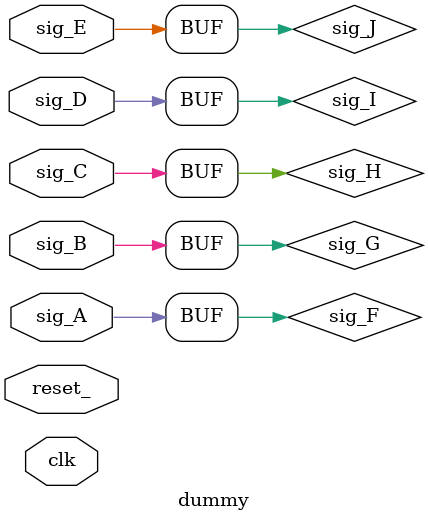
<source format=sv>
module dummy (
clk, reset_, 
sig_A,
sig_B,
sig_C,
sig_D,
sig_E
);

input clk;
input reset_;//clock and reset
input sig_A;  
input sig_B;
input sig_C;
input sig_D;  
input sig_E;

logic sig_F;
logic sig_G;
logic sig_H;
logic sig_I;
logic sig_J;

wire tb_reset;
assign tb_reset = (reset_ == 1'b0);

assign sig_F = sig_A;
assign sig_G = sig_B;
assign sig_H = sig_C;
assign sig_I = sig_D;
assign sig_J = sig_E;


endmodule
</source>
